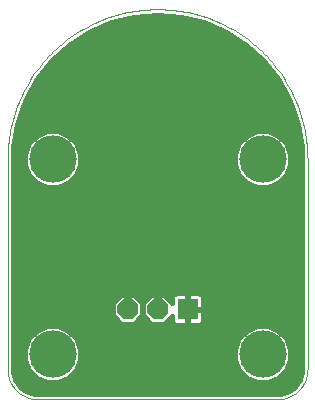
<source format=gbl>
G75*
%MOIN*%
%OFA0B0*%
%FSLAX25Y25*%
%IPPOS*%
%LPD*%
%AMOC8*
5,1,8,0,0,1.08239X$1,22.5*
%
%ADD10OC8,0.07000*%
%ADD11R,0.07000X0.07000*%
%ADD12C,0.00000*%
%ADD13C,0.15811*%
%ADD14C,0.01600*%
D10*
X0046800Y0054006D03*
X0056800Y0054006D03*
D11*
X0066800Y0054006D03*
D12*
X0096800Y0024006D02*
X0016800Y0024006D01*
X0016558Y0024009D01*
X0016317Y0024018D01*
X0016076Y0024032D01*
X0015835Y0024053D01*
X0015595Y0024079D01*
X0015355Y0024111D01*
X0015116Y0024149D01*
X0014879Y0024192D01*
X0014642Y0024242D01*
X0014407Y0024297D01*
X0014173Y0024357D01*
X0013941Y0024424D01*
X0013710Y0024495D01*
X0013481Y0024573D01*
X0013254Y0024656D01*
X0013029Y0024744D01*
X0012806Y0024838D01*
X0012586Y0024937D01*
X0012368Y0025042D01*
X0012153Y0025151D01*
X0011940Y0025266D01*
X0011730Y0025386D01*
X0011524Y0025511D01*
X0011320Y0025641D01*
X0011119Y0025776D01*
X0010922Y0025916D01*
X0010728Y0026060D01*
X0010538Y0026209D01*
X0010352Y0026363D01*
X0010169Y0026521D01*
X0009990Y0026683D01*
X0009815Y0026850D01*
X0009644Y0027021D01*
X0009477Y0027196D01*
X0009315Y0027375D01*
X0009157Y0027558D01*
X0009003Y0027744D01*
X0008854Y0027934D01*
X0008710Y0028128D01*
X0008570Y0028325D01*
X0008435Y0028526D01*
X0008305Y0028730D01*
X0008180Y0028936D01*
X0008060Y0029146D01*
X0007945Y0029359D01*
X0007836Y0029574D01*
X0007731Y0029792D01*
X0007632Y0030012D01*
X0007538Y0030235D01*
X0007450Y0030460D01*
X0007367Y0030687D01*
X0007289Y0030916D01*
X0007218Y0031147D01*
X0007151Y0031379D01*
X0007091Y0031613D01*
X0007036Y0031848D01*
X0006986Y0032085D01*
X0006943Y0032322D01*
X0006905Y0032561D01*
X0006873Y0032801D01*
X0006847Y0033041D01*
X0006826Y0033282D01*
X0006812Y0033523D01*
X0006803Y0033764D01*
X0006800Y0034006D01*
X0006800Y0104006D01*
X0006815Y0105224D01*
X0006859Y0106440D01*
X0006933Y0107656D01*
X0007037Y0108869D01*
X0007170Y0110079D01*
X0007333Y0111286D01*
X0007525Y0112488D01*
X0007746Y0113686D01*
X0007996Y0114878D01*
X0008275Y0116063D01*
X0008583Y0117241D01*
X0008920Y0118411D01*
X0009285Y0119573D01*
X0009678Y0120725D01*
X0010099Y0121868D01*
X0010548Y0122999D01*
X0011024Y0124120D01*
X0011528Y0125229D01*
X0012058Y0126325D01*
X0012615Y0127408D01*
X0013198Y0128477D01*
X0013806Y0129531D01*
X0014441Y0130571D01*
X0015100Y0131594D01*
X0015784Y0132602D01*
X0016493Y0133592D01*
X0017225Y0134565D01*
X0017981Y0135519D01*
X0018760Y0136455D01*
X0019561Y0137372D01*
X0020385Y0138269D01*
X0021230Y0139145D01*
X0022096Y0140001D01*
X0022983Y0140836D01*
X0023890Y0141648D01*
X0024816Y0142438D01*
X0025762Y0143206D01*
X0026725Y0143950D01*
X0027707Y0144670D01*
X0028706Y0145367D01*
X0029721Y0146039D01*
X0030753Y0146686D01*
X0031800Y0147307D01*
X0032862Y0147903D01*
X0033938Y0148473D01*
X0035027Y0149017D01*
X0036130Y0149533D01*
X0037245Y0150023D01*
X0038371Y0150486D01*
X0039508Y0150921D01*
X0040656Y0151328D01*
X0041813Y0151707D01*
X0042979Y0152058D01*
X0044153Y0152380D01*
X0045335Y0152674D01*
X0046524Y0152939D01*
X0047718Y0153174D01*
X0048918Y0153381D01*
X0050123Y0153558D01*
X0051331Y0153706D01*
X0052543Y0153824D01*
X0053758Y0153913D01*
X0054974Y0153973D01*
X0056191Y0154002D01*
X0057409Y0154002D01*
X0058626Y0153973D01*
X0059842Y0153913D01*
X0061057Y0153824D01*
X0062269Y0153706D01*
X0063477Y0153558D01*
X0064682Y0153381D01*
X0065882Y0153174D01*
X0067076Y0152939D01*
X0068265Y0152674D01*
X0069447Y0152380D01*
X0070621Y0152058D01*
X0071787Y0151707D01*
X0072944Y0151328D01*
X0074092Y0150921D01*
X0075229Y0150486D01*
X0076355Y0150023D01*
X0077470Y0149533D01*
X0078573Y0149017D01*
X0079662Y0148473D01*
X0080738Y0147903D01*
X0081800Y0147307D01*
X0082847Y0146686D01*
X0083879Y0146039D01*
X0084894Y0145367D01*
X0085893Y0144670D01*
X0086875Y0143950D01*
X0087838Y0143206D01*
X0088784Y0142438D01*
X0089710Y0141648D01*
X0090617Y0140836D01*
X0091504Y0140001D01*
X0092370Y0139145D01*
X0093215Y0138269D01*
X0094039Y0137372D01*
X0094840Y0136455D01*
X0095619Y0135519D01*
X0096375Y0134565D01*
X0097107Y0133592D01*
X0097816Y0132602D01*
X0098500Y0131594D01*
X0099159Y0130571D01*
X0099794Y0129531D01*
X0100402Y0128477D01*
X0100985Y0127408D01*
X0101542Y0126325D01*
X0102072Y0125229D01*
X0102576Y0124120D01*
X0103052Y0122999D01*
X0103501Y0121868D01*
X0103922Y0120725D01*
X0104315Y0119573D01*
X0104680Y0118411D01*
X0105017Y0117241D01*
X0105325Y0116063D01*
X0105604Y0114878D01*
X0105854Y0113686D01*
X0106075Y0112488D01*
X0106267Y0111286D01*
X0106430Y0110079D01*
X0106563Y0108869D01*
X0106667Y0107656D01*
X0106741Y0106440D01*
X0106785Y0105224D01*
X0106800Y0104006D01*
X0106800Y0034006D01*
X0106797Y0033764D01*
X0106788Y0033523D01*
X0106774Y0033282D01*
X0106753Y0033041D01*
X0106727Y0032801D01*
X0106695Y0032561D01*
X0106657Y0032322D01*
X0106614Y0032085D01*
X0106564Y0031848D01*
X0106509Y0031613D01*
X0106449Y0031379D01*
X0106382Y0031147D01*
X0106311Y0030916D01*
X0106233Y0030687D01*
X0106150Y0030460D01*
X0106062Y0030235D01*
X0105968Y0030012D01*
X0105869Y0029792D01*
X0105764Y0029574D01*
X0105655Y0029359D01*
X0105540Y0029146D01*
X0105420Y0028936D01*
X0105295Y0028730D01*
X0105165Y0028526D01*
X0105030Y0028325D01*
X0104890Y0028128D01*
X0104746Y0027934D01*
X0104597Y0027744D01*
X0104443Y0027558D01*
X0104285Y0027375D01*
X0104123Y0027196D01*
X0103956Y0027021D01*
X0103785Y0026850D01*
X0103610Y0026683D01*
X0103431Y0026521D01*
X0103248Y0026363D01*
X0103062Y0026209D01*
X0102872Y0026060D01*
X0102678Y0025916D01*
X0102481Y0025776D01*
X0102280Y0025641D01*
X0102076Y0025511D01*
X0101870Y0025386D01*
X0101660Y0025266D01*
X0101447Y0025151D01*
X0101232Y0025042D01*
X0101014Y0024937D01*
X0100794Y0024838D01*
X0100571Y0024744D01*
X0100346Y0024656D01*
X0100119Y0024573D01*
X0099890Y0024495D01*
X0099659Y0024424D01*
X0099427Y0024357D01*
X0099193Y0024297D01*
X0098958Y0024242D01*
X0098721Y0024192D01*
X0098484Y0024149D01*
X0098245Y0024111D01*
X0098005Y0024079D01*
X0097765Y0024053D01*
X0097524Y0024032D01*
X0097283Y0024018D01*
X0097042Y0024009D01*
X0096800Y0024006D01*
D13*
X0091800Y0039006D03*
X0091800Y0104006D03*
X0021800Y0104006D03*
X0021800Y0039006D03*
D14*
X0027953Y0031998D02*
X0085647Y0031998D01*
X0086529Y0031117D02*
X0089949Y0029700D01*
X0093651Y0029700D01*
X0097071Y0031117D01*
X0099689Y0033735D01*
X0101105Y0037155D01*
X0101105Y0040857D01*
X0099689Y0044277D01*
X0097071Y0046895D01*
X0093651Y0048311D01*
X0089949Y0048311D01*
X0086529Y0046895D01*
X0083911Y0044277D01*
X0082494Y0040857D01*
X0082494Y0037155D01*
X0083911Y0033735D01*
X0086529Y0031117D01*
X0088260Y0030400D02*
X0025340Y0030400D01*
X0023651Y0029700D02*
X0027071Y0031117D01*
X0029689Y0033735D01*
X0031105Y0037155D01*
X0031105Y0040857D01*
X0029689Y0044277D01*
X0027071Y0046895D01*
X0023651Y0048311D01*
X0019949Y0048311D01*
X0016529Y0046895D01*
X0013911Y0044277D01*
X0012494Y0040857D01*
X0012494Y0037155D01*
X0013911Y0033735D01*
X0016529Y0031117D01*
X0019949Y0029700D01*
X0023651Y0029700D01*
X0018260Y0030400D02*
X0009456Y0030400D01*
X0009494Y0030283D02*
X0008701Y0032723D01*
X0008600Y0034006D01*
X0008600Y0104006D01*
X0008765Y0107986D01*
X0010075Y0115838D01*
X0012660Y0123368D01*
X0016449Y0130369D01*
X0021338Y0136651D01*
X0027195Y0142042D01*
X0033859Y0146397D01*
X0041149Y0149594D01*
X0048867Y0151549D01*
X0056800Y0152206D01*
X0064733Y0151549D01*
X0072451Y0149594D01*
X0079741Y0146397D01*
X0086405Y0142042D01*
X0092262Y0136651D01*
X0097151Y0130369D01*
X0100940Y0123368D01*
X0103525Y0115838D01*
X0104835Y0107986D01*
X0105000Y0104006D01*
X0105000Y0034006D01*
X0104899Y0032723D01*
X0104106Y0030283D01*
X0102598Y0028208D01*
X0100523Y0026700D01*
X0098083Y0025907D01*
X0096800Y0025806D01*
X0016800Y0025806D01*
X0015517Y0025907D01*
X0013077Y0026700D01*
X0011002Y0028208D01*
X0009494Y0030283D01*
X0008936Y0031998D02*
X0015647Y0031998D01*
X0014049Y0033597D02*
X0008632Y0033597D01*
X0008600Y0035195D02*
X0013306Y0035195D01*
X0012644Y0036794D02*
X0008600Y0036794D01*
X0008600Y0038393D02*
X0012494Y0038393D01*
X0012494Y0039991D02*
X0008600Y0039991D01*
X0008600Y0041590D02*
X0012798Y0041590D01*
X0013460Y0043188D02*
X0008600Y0043188D01*
X0008600Y0044787D02*
X0014421Y0044787D01*
X0016019Y0046385D02*
X0008600Y0046385D01*
X0008600Y0047984D02*
X0019158Y0047984D01*
X0024442Y0047984D02*
X0089158Y0047984D01*
X0086019Y0046385D02*
X0027581Y0046385D01*
X0029179Y0044787D02*
X0084421Y0044787D01*
X0083460Y0043188D02*
X0030140Y0043188D01*
X0030802Y0041590D02*
X0082798Y0041590D01*
X0082494Y0039991D02*
X0031105Y0039991D01*
X0031105Y0038393D02*
X0082494Y0038393D01*
X0082644Y0036794D02*
X0030956Y0036794D01*
X0030294Y0035195D02*
X0083306Y0035195D01*
X0084049Y0033597D02*
X0029551Y0033597D01*
X0042696Y0051181D02*
X0008600Y0051181D01*
X0008600Y0052779D02*
X0041900Y0052779D01*
X0041900Y0051976D02*
X0044770Y0049106D01*
X0048830Y0049106D01*
X0051700Y0051976D01*
X0051700Y0056036D01*
X0048830Y0058906D01*
X0044770Y0058906D01*
X0041900Y0056036D01*
X0041900Y0051976D01*
X0041900Y0054378D02*
X0008600Y0054378D01*
X0008600Y0055976D02*
X0041900Y0055976D01*
X0043439Y0057575D02*
X0008600Y0057575D01*
X0008600Y0059173D02*
X0062588Y0059173D01*
X0062605Y0059183D02*
X0062195Y0058946D01*
X0061860Y0058611D01*
X0061623Y0058201D01*
X0061500Y0057743D01*
X0061500Y0056236D01*
X0058830Y0058906D01*
X0054770Y0058906D01*
X0051900Y0056036D01*
X0051900Y0051976D01*
X0054770Y0049106D01*
X0058830Y0049106D01*
X0061500Y0051776D01*
X0061500Y0050269D01*
X0061623Y0049811D01*
X0061860Y0049401D01*
X0062195Y0049066D01*
X0062605Y0048829D01*
X0063063Y0048706D01*
X0066714Y0048706D01*
X0066714Y0053920D01*
X0066886Y0053920D01*
X0066886Y0054092D01*
X0066714Y0054092D01*
X0066714Y0059306D01*
X0063063Y0059306D01*
X0062605Y0059183D01*
X0061500Y0057575D02*
X0060161Y0057575D01*
X0060904Y0051181D02*
X0061500Y0051181D01*
X0061755Y0049582D02*
X0059306Y0049582D01*
X0054294Y0049582D02*
X0049306Y0049582D01*
X0050904Y0051181D02*
X0052696Y0051181D01*
X0051900Y0052779D02*
X0051700Y0052779D01*
X0051700Y0054378D02*
X0051900Y0054378D01*
X0051900Y0055976D02*
X0051700Y0055976D01*
X0050161Y0057575D02*
X0053439Y0057575D01*
X0044294Y0049582D02*
X0008600Y0049582D01*
X0008600Y0060772D02*
X0105000Y0060772D01*
X0105000Y0062370D02*
X0008600Y0062370D01*
X0008600Y0063969D02*
X0105000Y0063969D01*
X0105000Y0065567D02*
X0008600Y0065567D01*
X0008600Y0067166D02*
X0105000Y0067166D01*
X0105000Y0068764D02*
X0008600Y0068764D01*
X0008600Y0070363D02*
X0105000Y0070363D01*
X0105000Y0071961D02*
X0008600Y0071961D01*
X0008600Y0073560D02*
X0105000Y0073560D01*
X0105000Y0075158D02*
X0008600Y0075158D01*
X0008600Y0076757D02*
X0105000Y0076757D01*
X0105000Y0078355D02*
X0008600Y0078355D01*
X0008600Y0079954D02*
X0105000Y0079954D01*
X0105000Y0081552D02*
X0008600Y0081552D01*
X0008600Y0083151D02*
X0105000Y0083151D01*
X0105000Y0084749D02*
X0008600Y0084749D01*
X0008600Y0086348D02*
X0105000Y0086348D01*
X0105000Y0087946D02*
X0008600Y0087946D01*
X0008600Y0089545D02*
X0105000Y0089545D01*
X0105000Y0091143D02*
X0008600Y0091143D01*
X0008600Y0092742D02*
X0105000Y0092742D01*
X0105000Y0094340D02*
X0008600Y0094340D01*
X0008600Y0095939D02*
X0016959Y0095939D01*
X0016529Y0096117D02*
X0019949Y0094700D01*
X0023651Y0094700D01*
X0027071Y0096117D01*
X0029689Y0098735D01*
X0031105Y0102155D01*
X0031105Y0105857D01*
X0029689Y0109277D01*
X0027071Y0111895D01*
X0023651Y0113311D01*
X0019949Y0113311D01*
X0016529Y0111895D01*
X0013911Y0109277D01*
X0012494Y0105857D01*
X0012494Y0102155D01*
X0013911Y0098735D01*
X0016529Y0096117D01*
X0015109Y0097537D02*
X0008600Y0097537D01*
X0008600Y0099136D02*
X0013745Y0099136D01*
X0013083Y0100734D02*
X0008600Y0100734D01*
X0008600Y0102333D02*
X0012494Y0102333D01*
X0012494Y0103931D02*
X0008600Y0103931D01*
X0008663Y0105530D02*
X0012494Y0105530D01*
X0013021Y0107128D02*
X0008729Y0107128D01*
X0008888Y0108727D02*
X0013683Y0108727D01*
X0014960Y0110326D02*
X0009155Y0110326D01*
X0009422Y0111924D02*
X0016600Y0111924D01*
X0010377Y0116720D02*
X0103223Y0116720D01*
X0103645Y0115121D02*
X0009955Y0115121D01*
X0009688Y0113523D02*
X0103912Y0113523D01*
X0104178Y0111924D02*
X0097000Y0111924D01*
X0097071Y0111895D02*
X0093651Y0113311D01*
X0089949Y0113311D01*
X0086529Y0111895D01*
X0083911Y0109277D01*
X0082494Y0105857D01*
X0082494Y0102155D01*
X0083911Y0098735D01*
X0086529Y0096117D01*
X0089949Y0094700D01*
X0093651Y0094700D01*
X0097071Y0096117D01*
X0099689Y0098735D01*
X0101105Y0102155D01*
X0101105Y0105857D01*
X0099689Y0109277D01*
X0097071Y0111895D01*
X0098640Y0110326D02*
X0104445Y0110326D01*
X0104712Y0108727D02*
X0099917Y0108727D01*
X0100579Y0107128D02*
X0104871Y0107128D01*
X0104937Y0105530D02*
X0101105Y0105530D01*
X0101105Y0103931D02*
X0105000Y0103931D01*
X0105000Y0102333D02*
X0101105Y0102333D01*
X0100517Y0100734D02*
X0105000Y0100734D01*
X0105000Y0099136D02*
X0099855Y0099136D01*
X0098491Y0097537D02*
X0105000Y0097537D01*
X0105000Y0095939D02*
X0096641Y0095939D01*
X0086959Y0095939D02*
X0026641Y0095939D01*
X0028491Y0097537D02*
X0085109Y0097537D01*
X0083745Y0099136D02*
X0029855Y0099136D01*
X0030517Y0100734D02*
X0083083Y0100734D01*
X0082494Y0102333D02*
X0031105Y0102333D01*
X0031105Y0103931D02*
X0082494Y0103931D01*
X0082494Y0105530D02*
X0031105Y0105530D01*
X0030579Y0107128D02*
X0083021Y0107128D01*
X0083683Y0108727D02*
X0029917Y0108727D01*
X0028640Y0110326D02*
X0084960Y0110326D01*
X0086600Y0111924D02*
X0027000Y0111924D01*
X0015117Y0127909D02*
X0098483Y0127909D01*
X0099348Y0126311D02*
X0014252Y0126311D01*
X0013387Y0124712D02*
X0100213Y0124712D01*
X0101027Y0123114D02*
X0012573Y0123114D01*
X0012024Y0121515D02*
X0101576Y0121515D01*
X0102125Y0119917D02*
X0011475Y0119917D01*
X0010926Y0118318D02*
X0102674Y0118318D01*
X0097617Y0129508D02*
X0015983Y0129508D01*
X0017022Y0131106D02*
X0096578Y0131106D01*
X0095333Y0132705D02*
X0018267Y0132705D01*
X0019511Y0134303D02*
X0094089Y0134303D01*
X0092845Y0135902D02*
X0020755Y0135902D01*
X0022261Y0137500D02*
X0091339Y0137500D01*
X0089603Y0139099D02*
X0023997Y0139099D01*
X0025734Y0140697D02*
X0087866Y0140697D01*
X0086405Y0142042D02*
X0086405Y0142042D01*
X0086017Y0142296D02*
X0027583Y0142296D01*
X0030029Y0143894D02*
X0083571Y0143894D01*
X0081124Y0145493D02*
X0032476Y0145493D01*
X0035443Y0147091D02*
X0078157Y0147091D01*
X0074513Y0148690D02*
X0039087Y0148690D01*
X0043890Y0150288D02*
X0069710Y0150288D01*
X0060651Y0151887D02*
X0052949Y0151887D01*
X0066886Y0059306D02*
X0066886Y0054092D01*
X0072100Y0054092D01*
X0072100Y0057743D01*
X0071977Y0058201D01*
X0071740Y0058611D01*
X0071405Y0058946D01*
X0070995Y0059183D01*
X0070537Y0059306D01*
X0066886Y0059306D01*
X0066886Y0059173D02*
X0066714Y0059173D01*
X0066714Y0057575D02*
X0066886Y0057575D01*
X0066886Y0055976D02*
X0066714Y0055976D01*
X0066714Y0054378D02*
X0066886Y0054378D01*
X0066886Y0053920D02*
X0072100Y0053920D01*
X0072100Y0050269D01*
X0071977Y0049811D01*
X0071740Y0049401D01*
X0071405Y0049066D01*
X0070995Y0048829D01*
X0070537Y0048706D01*
X0066886Y0048706D01*
X0066886Y0053920D01*
X0066886Y0052779D02*
X0066714Y0052779D01*
X0066714Y0051181D02*
X0066886Y0051181D01*
X0066886Y0049582D02*
X0066714Y0049582D01*
X0071845Y0049582D02*
X0105000Y0049582D01*
X0105000Y0047984D02*
X0094442Y0047984D01*
X0097581Y0046385D02*
X0105000Y0046385D01*
X0105000Y0044787D02*
X0099179Y0044787D01*
X0100140Y0043188D02*
X0105000Y0043188D01*
X0105000Y0041590D02*
X0100802Y0041590D01*
X0101105Y0039991D02*
X0105000Y0039991D01*
X0105000Y0038393D02*
X0101105Y0038393D01*
X0100956Y0036794D02*
X0105000Y0036794D01*
X0105000Y0035195D02*
X0100294Y0035195D01*
X0099551Y0033597D02*
X0104968Y0033597D01*
X0104664Y0031998D02*
X0097953Y0031998D01*
X0095340Y0030400D02*
X0104144Y0030400D01*
X0103030Y0028801D02*
X0010570Y0028801D01*
X0012385Y0027203D02*
X0101215Y0027203D01*
X0105000Y0051181D02*
X0072100Y0051181D01*
X0072100Y0052779D02*
X0105000Y0052779D01*
X0105000Y0054378D02*
X0072100Y0054378D01*
X0072100Y0055976D02*
X0105000Y0055976D01*
X0105000Y0057575D02*
X0072100Y0057575D01*
X0071012Y0059173D02*
X0105000Y0059173D01*
M02*

</source>
